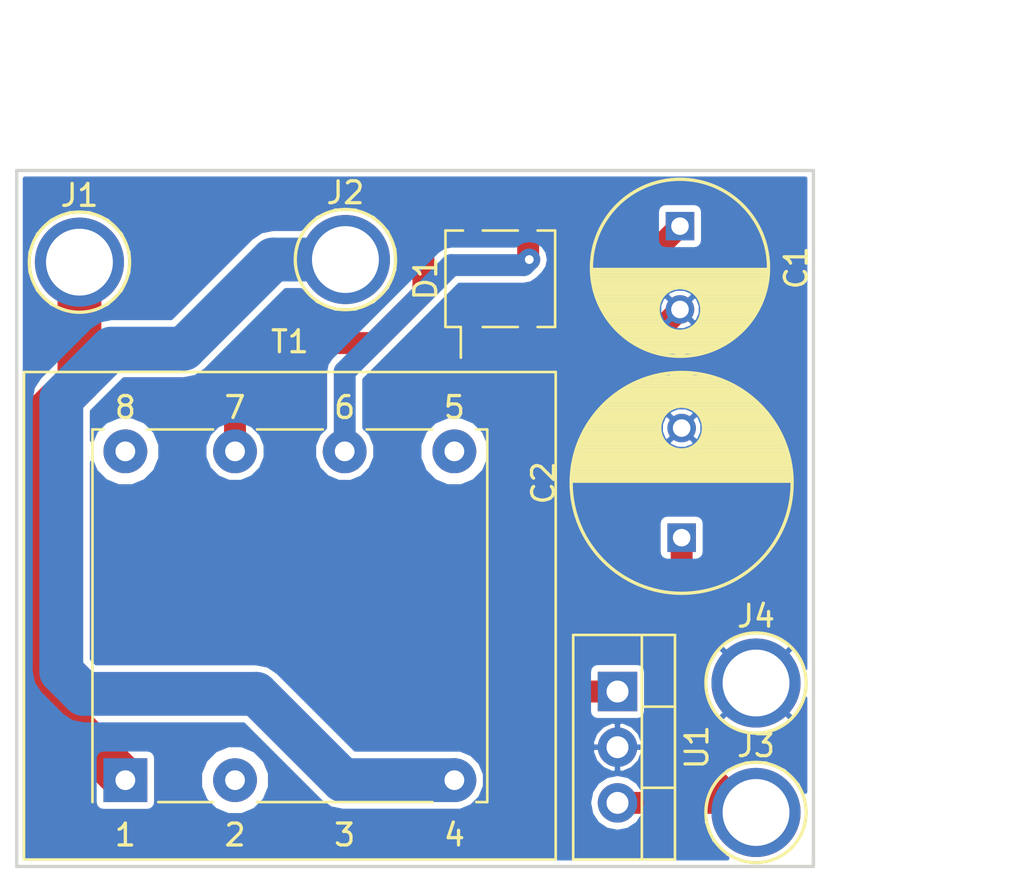
<source format=kicad_pcb>
(kicad_pcb (version 4) (host pcbnew 4.0.7)

  (general
    (links 12)
    (no_connects 0)
    (area 123.952 38.194 174.474 78.921)
    (thickness 1.6)
    (drawings 7)
    (tracks 44)
    (zones 0)
    (modules 9)
    (nets 8)
  )

  (page A4)
  (layers
    (0 F.Cu signal)
    (31 B.Cu signal)
    (32 B.Adhes user)
    (33 F.Adhes user)
    (34 B.Paste user)
    (35 F.Paste user)
    (36 B.SilkS user)
    (37 F.SilkS user)
    (38 B.Mask user)
    (39 F.Mask user)
    (40 Dwgs.User user)
    (41 Cmts.User user)
    (42 Eco1.User user)
    (43 Eco2.User user)
    (44 Edge.Cuts user)
    (45 Margin user)
    (46 B.CrtYd user)
    (47 F.CrtYd user)
    (48 B.Fab user)
    (49 F.Fab user)
  )

  (setup
    (last_trace_width 2)
    (trace_clearance 0.5)
    (zone_clearance 0.2)
    (zone_45_only no)
    (trace_min 0.2)
    (segment_width 0.2)
    (edge_width 0.15)
    (via_size 0.6)
    (via_drill 0.4)
    (via_min_size 0.4)
    (via_min_drill 0.3)
    (uvia_size 0.3)
    (uvia_drill 0.1)
    (uvias_allowed no)
    (uvia_min_size 0.2)
    (uvia_min_drill 0.1)
    (pcb_text_width 0.3)
    (pcb_text_size 1.5 1.5)
    (mod_edge_width 0.15)
    (mod_text_size 1 1)
    (mod_text_width 0.15)
    (pad_size 1.524 1.524)
    (pad_drill 0.762)
    (pad_to_mask_clearance 0.2)
    (aux_axis_origin 0 0)
    (visible_elements FFFFFF7F)
    (pcbplotparams
      (layerselection 0x00030_80000001)
      (usegerberextensions false)
      (excludeedgelayer true)
      (linewidth 0.100000)
      (plotframeref false)
      (viasonmask false)
      (mode 1)
      (useauxorigin false)
      (hpglpennumber 1)
      (hpglpenspeed 20)
      (hpglpendiameter 15)
      (hpglpenoverlay 2)
      (psnegative false)
      (psa4output false)
      (plotreference true)
      (plotvalue true)
      (plotinvisibletext false)
      (padsonsilk false)
      (subtractmaskfromsilk false)
      (outputformat 1)
      (mirror false)
      (drillshape 1)
      (scaleselection 1)
      (outputdirectory ""))
  )

  (net 0 "")
  (net 1 "Net-(C1-Pad1)")
  (net 2 GND)
  (net 3 +3V3)
  (net 4 "Net-(D1-Pad3)")
  (net 5 "Net-(D1-Pad4)")
  (net 6 "Net-(J1-Pad1)")
  (net 7 "Net-(J2-Pad1)")

  (net_class Default "This is the default net class."
    (clearance 0.5)
    (trace_width 2)
    (via_dia 0.6)
    (via_drill 0.4)
    (uvia_dia 0.3)
    (uvia_drill 0.1)
  )

  (net_class 1mm ""
    (clearance 0.3)
    (trace_width 1)
    (via_dia 0.6)
    (via_drill 0.4)
    (uvia_dia 0.3)
    (uvia_drill 0.1)
    (add_net +3V3)
    (add_net GND)
    (add_net "Net-(C1-Pad1)")
    (add_net "Net-(D1-Pad3)")
    (add_net "Net-(D1-Pad4)")
    (add_net "Net-(J1-Pad1)")
    (add_net "Net-(J2-Pad1)")
  )

  (module Capacitors_ThroughHole:C_Radial_D8_L13_P3.8 (layer F.Cu) (tedit 0) (tstamp 5AECDA21)
    (at 154.953 48.006 270)
    (descr "Radial Electrolytic Capacitor Diameter 8mm x Length 13mm, Pitch 3.8mm")
    (tags "Electrolytic Capacitor")
    (path /5AE789D5)
    (fp_text reference C1 (at 1.9 -5.3 270) (layer F.SilkS)
      (effects (font (size 1 1) (thickness 0.15)))
    )
    (fp_text value 1000uF (at 1.9 5.3 270) (layer F.Fab)
      (effects (font (size 1 1) (thickness 0.15)))
    )
    (fp_line (start 1.975 -3.999) (end 1.975 3.999) (layer F.SilkS) (width 0.15))
    (fp_line (start 2.115 -3.994) (end 2.115 3.994) (layer F.SilkS) (width 0.15))
    (fp_line (start 2.255 -3.984) (end 2.255 3.984) (layer F.SilkS) (width 0.15))
    (fp_line (start 2.395 -3.969) (end 2.395 3.969) (layer F.SilkS) (width 0.15))
    (fp_line (start 2.535 -3.949) (end 2.535 3.949) (layer F.SilkS) (width 0.15))
    (fp_line (start 2.675 -3.924) (end 2.675 3.924) (layer F.SilkS) (width 0.15))
    (fp_line (start 2.815 -3.894) (end 2.815 -0.173) (layer F.SilkS) (width 0.15))
    (fp_line (start 2.815 0.173) (end 2.815 3.894) (layer F.SilkS) (width 0.15))
    (fp_line (start 2.955 -3.858) (end 2.955 -0.535) (layer F.SilkS) (width 0.15))
    (fp_line (start 2.955 0.535) (end 2.955 3.858) (layer F.SilkS) (width 0.15))
    (fp_line (start 3.095 -3.817) (end 3.095 -0.709) (layer F.SilkS) (width 0.15))
    (fp_line (start 3.095 0.709) (end 3.095 3.817) (layer F.SilkS) (width 0.15))
    (fp_line (start 3.235 -3.771) (end 3.235 -0.825) (layer F.SilkS) (width 0.15))
    (fp_line (start 3.235 0.825) (end 3.235 3.771) (layer F.SilkS) (width 0.15))
    (fp_line (start 3.375 -3.718) (end 3.375 -0.905) (layer F.SilkS) (width 0.15))
    (fp_line (start 3.375 0.905) (end 3.375 3.718) (layer F.SilkS) (width 0.15))
    (fp_line (start 3.515 -3.659) (end 3.515 -0.959) (layer F.SilkS) (width 0.15))
    (fp_line (start 3.515 0.959) (end 3.515 3.659) (layer F.SilkS) (width 0.15))
    (fp_line (start 3.655 -3.594) (end 3.655 -0.989) (layer F.SilkS) (width 0.15))
    (fp_line (start 3.655 0.989) (end 3.655 3.594) (layer F.SilkS) (width 0.15))
    (fp_line (start 3.795 -3.523) (end 3.795 -1) (layer F.SilkS) (width 0.15))
    (fp_line (start 3.795 1) (end 3.795 3.523) (layer F.SilkS) (width 0.15))
    (fp_line (start 3.935 -3.444) (end 3.935 -0.991) (layer F.SilkS) (width 0.15))
    (fp_line (start 3.935 0.991) (end 3.935 3.444) (layer F.SilkS) (width 0.15))
    (fp_line (start 4.075 -3.357) (end 4.075 -0.961) (layer F.SilkS) (width 0.15))
    (fp_line (start 4.075 0.961) (end 4.075 3.357) (layer F.SilkS) (width 0.15))
    (fp_line (start 4.215 -3.262) (end 4.215 -0.91) (layer F.SilkS) (width 0.15))
    (fp_line (start 4.215 0.91) (end 4.215 3.262) (layer F.SilkS) (width 0.15))
    (fp_line (start 4.355 -3.158) (end 4.355 -0.832) (layer F.SilkS) (width 0.15))
    (fp_line (start 4.355 0.832) (end 4.355 3.158) (layer F.SilkS) (width 0.15))
    (fp_line (start 4.495 -3.044) (end 4.495 -0.719) (layer F.SilkS) (width 0.15))
    (fp_line (start 4.495 0.719) (end 4.495 3.044) (layer F.SilkS) (width 0.15))
    (fp_line (start 4.635 -2.919) (end 4.635 -0.55) (layer F.SilkS) (width 0.15))
    (fp_line (start 4.635 0.55) (end 4.635 2.919) (layer F.SilkS) (width 0.15))
    (fp_line (start 4.775 -2.781) (end 4.775 -0.222) (layer F.SilkS) (width 0.15))
    (fp_line (start 4.775 0.222) (end 4.775 2.781) (layer F.SilkS) (width 0.15))
    (fp_line (start 4.915 -2.629) (end 4.915 2.629) (layer F.SilkS) (width 0.15))
    (fp_line (start 5.055 -2.459) (end 5.055 2.459) (layer F.SilkS) (width 0.15))
    (fp_line (start 5.195 -2.268) (end 5.195 2.268) (layer F.SilkS) (width 0.15))
    (fp_line (start 5.335 -2.05) (end 5.335 2.05) (layer F.SilkS) (width 0.15))
    (fp_line (start 5.475 -1.794) (end 5.475 1.794) (layer F.SilkS) (width 0.15))
    (fp_line (start 5.615 -1.483) (end 5.615 1.483) (layer F.SilkS) (width 0.15))
    (fp_line (start 5.755 -1.067) (end 5.755 1.067) (layer F.SilkS) (width 0.15))
    (fp_line (start 5.895 -0.2) (end 5.895 0.2) (layer F.SilkS) (width 0.15))
    (fp_circle (center 3.8 0) (end 3.8 -1) (layer F.SilkS) (width 0.15))
    (fp_circle (center 1.9 0) (end 1.9 -4.0375) (layer F.SilkS) (width 0.15))
    (fp_circle (center 1.9 0) (end 1.9 -4.3) (layer F.CrtYd) (width 0.05))
    (pad 1 thru_hole rect (at 0 0 270) (size 1.3 1.3) (drill 0.8) (layers *.Cu *.Mask)
      (net 1 "Net-(C1-Pad1)"))
    (pad 2 thru_hole circle (at 3.8 0 270) (size 1.3 1.3) (drill 0.8) (layers *.Cu *.Mask)
      (net 2 GND))
    (model Capacitors_ThroughHole.3dshapes/C_Radial_D8_L13_P3.8.wrl
      (at (xyz 0.0748031 0 0))
      (scale (xyz 1 1 1))
      (rotate (xyz 0 0 90))
    )
  )

  (module Capacitors_ThroughHole:C_Radial_D10_L16_P5 (layer F.Cu) (tedit 0) (tstamp 5AECDA5C)
    (at 155.029 62.217 90)
    (descr "Radial Electrolytic Capacitor 10mm x Length 16mm, Pitch 5mm")
    (tags "Electrolytic Capacitor")
    (path /5AE78A9B)
    (fp_text reference C2 (at 2.5 -6.3 90) (layer F.SilkS)
      (effects (font (size 1 1) (thickness 0.15)))
    )
    (fp_text value 1uF (at 2.5 6.3 90) (layer F.Fab)
      (effects (font (size 1 1) (thickness 0.15)))
    )
    (fp_line (start 2.575 -4.999) (end 2.575 4.999) (layer F.SilkS) (width 0.15))
    (fp_line (start 2.715 -4.995) (end 2.715 4.995) (layer F.SilkS) (width 0.15))
    (fp_line (start 2.855 -4.987) (end 2.855 4.987) (layer F.SilkS) (width 0.15))
    (fp_line (start 2.995 -4.975) (end 2.995 4.975) (layer F.SilkS) (width 0.15))
    (fp_line (start 3.135 -4.96) (end 3.135 4.96) (layer F.SilkS) (width 0.15))
    (fp_line (start 3.275 -4.94) (end 3.275 4.94) (layer F.SilkS) (width 0.15))
    (fp_line (start 3.415 -4.916) (end 3.415 4.916) (layer F.SilkS) (width 0.15))
    (fp_line (start 3.555 -4.887) (end 3.555 4.887) (layer F.SilkS) (width 0.15))
    (fp_line (start 3.695 -4.855) (end 3.695 4.855) (layer F.SilkS) (width 0.15))
    (fp_line (start 3.835 -4.818) (end 3.835 4.818) (layer F.SilkS) (width 0.15))
    (fp_line (start 3.975 -4.777) (end 3.975 4.777) (layer F.SilkS) (width 0.15))
    (fp_line (start 4.115 -4.732) (end 4.115 -0.466) (layer F.SilkS) (width 0.15))
    (fp_line (start 4.115 0.466) (end 4.115 4.732) (layer F.SilkS) (width 0.15))
    (fp_line (start 4.255 -4.682) (end 4.255 -0.667) (layer F.SilkS) (width 0.15))
    (fp_line (start 4.255 0.667) (end 4.255 4.682) (layer F.SilkS) (width 0.15))
    (fp_line (start 4.395 -4.627) (end 4.395 -0.796) (layer F.SilkS) (width 0.15))
    (fp_line (start 4.395 0.796) (end 4.395 4.627) (layer F.SilkS) (width 0.15))
    (fp_line (start 4.535 -4.567) (end 4.535 -0.885) (layer F.SilkS) (width 0.15))
    (fp_line (start 4.535 0.885) (end 4.535 4.567) (layer F.SilkS) (width 0.15))
    (fp_line (start 4.675 -4.502) (end 4.675 -0.946) (layer F.SilkS) (width 0.15))
    (fp_line (start 4.675 0.946) (end 4.675 4.502) (layer F.SilkS) (width 0.15))
    (fp_line (start 4.815 -4.432) (end 4.815 -0.983) (layer F.SilkS) (width 0.15))
    (fp_line (start 4.815 0.983) (end 4.815 4.432) (layer F.SilkS) (width 0.15))
    (fp_line (start 4.955 -4.356) (end 4.955 -0.999) (layer F.SilkS) (width 0.15))
    (fp_line (start 4.955 0.999) (end 4.955 4.356) (layer F.SilkS) (width 0.15))
    (fp_line (start 5.095 -4.274) (end 5.095 -0.995) (layer F.SilkS) (width 0.15))
    (fp_line (start 5.095 0.995) (end 5.095 4.274) (layer F.SilkS) (width 0.15))
    (fp_line (start 5.235 -4.186) (end 5.235 -0.972) (layer F.SilkS) (width 0.15))
    (fp_line (start 5.235 0.972) (end 5.235 4.186) (layer F.SilkS) (width 0.15))
    (fp_line (start 5.375 -4.091) (end 5.375 -0.927) (layer F.SilkS) (width 0.15))
    (fp_line (start 5.375 0.927) (end 5.375 4.091) (layer F.SilkS) (width 0.15))
    (fp_line (start 5.515 -3.989) (end 5.515 -0.857) (layer F.SilkS) (width 0.15))
    (fp_line (start 5.515 0.857) (end 5.515 3.989) (layer F.SilkS) (width 0.15))
    (fp_line (start 5.655 -3.879) (end 5.655 -0.756) (layer F.SilkS) (width 0.15))
    (fp_line (start 5.655 0.756) (end 5.655 3.879) (layer F.SilkS) (width 0.15))
    (fp_line (start 5.795 -3.761) (end 5.795 -0.607) (layer F.SilkS) (width 0.15))
    (fp_line (start 5.795 0.607) (end 5.795 3.761) (layer F.SilkS) (width 0.15))
    (fp_line (start 5.935 -3.633) (end 5.935 -0.355) (layer F.SilkS) (width 0.15))
    (fp_line (start 5.935 0.355) (end 5.935 3.633) (layer F.SilkS) (width 0.15))
    (fp_line (start 6.075 -3.496) (end 6.075 3.496) (layer F.SilkS) (width 0.15))
    (fp_line (start 6.215 -3.346) (end 6.215 3.346) (layer F.SilkS) (width 0.15))
    (fp_line (start 6.355 -3.184) (end 6.355 3.184) (layer F.SilkS) (width 0.15))
    (fp_line (start 6.495 -3.007) (end 6.495 3.007) (layer F.SilkS) (width 0.15))
    (fp_line (start 6.635 -2.811) (end 6.635 2.811) (layer F.SilkS) (width 0.15))
    (fp_line (start 6.775 -2.593) (end 6.775 2.593) (layer F.SilkS) (width 0.15))
    (fp_line (start 6.915 -2.347) (end 6.915 2.347) (layer F.SilkS) (width 0.15))
    (fp_line (start 7.055 -2.062) (end 7.055 2.062) (layer F.SilkS) (width 0.15))
    (fp_line (start 7.195 -1.72) (end 7.195 1.72) (layer F.SilkS) (width 0.15))
    (fp_line (start 7.335 -1.274) (end 7.335 1.274) (layer F.SilkS) (width 0.15))
    (fp_line (start 7.475 -0.499) (end 7.475 0.499) (layer F.SilkS) (width 0.15))
    (fp_circle (center 5 0) (end 5 -1) (layer F.SilkS) (width 0.15))
    (fp_circle (center 2.5 0) (end 2.5 -5.0375) (layer F.SilkS) (width 0.15))
    (fp_circle (center 2.5 0) (end 2.5 -5.3) (layer F.CrtYd) (width 0.05))
    (pad 1 thru_hole rect (at 0 0 90) (size 1.3 1.3) (drill 0.8) (layers *.Cu *.Mask)
      (net 3 +3V3))
    (pad 2 thru_hole circle (at 5 0 90) (size 1.3 1.3) (drill 0.8) (layers *.Cu *.Mask)
      (net 2 GND))
    (model Capacitors_ThroughHole.3dshapes/C_Radial_D10_L16_P5.wrl
      (at (xyz 0.0984252 0 0))
      (scale (xyz 1 1 1))
      (rotate (xyz 0 0 90))
    )
  )

  (module Diodes_SMD:Diode_Bridge_TO-269AA (layer F.Cu) (tedit 59362E8E) (tstamp 5AECDA77)
    (at 146.761 50.406 90)
    (descr "SMD diode bridge TO-269AA (MBS), see http://www.vishay.com/docs/88854/padlayouts.pdf")
    (tags "TO-269AA MBS")
    (path /5AE78803)
    (attr smd)
    (fp_text reference D1 (at 0 -3.4 90) (layer F.SilkS)
      (effects (font (size 1 1) (thickness 0.15)))
    )
    (fp_text value MB10F (at 0 3.5 90) (layer F.Fab)
      (effects (font (size 1 1) (thickness 0.15)))
    )
    (fp_line (start -2.2 -2.5) (end -2.2 -1.8) (layer F.SilkS) (width 0.12))
    (fp_line (start -2.2 -1.8) (end -3.6 -1.8) (layer F.SilkS) (width 0.12))
    (fp_text user %R (at 0 -0.065 90) (layer F.Fab)
      (effects (font (size 1 1) (thickness 0.15)))
    )
    (fp_line (start 2.2 -0.8) (end 2.2 0.8) (layer F.SilkS) (width 0.12))
    (fp_line (start -2.2 -0.8) (end -2.2 0.8) (layer F.SilkS) (width 0.12))
    (fp_line (start 2.2 -1.7) (end 2.2 -2.5) (layer F.SilkS) (width 0.12))
    (fp_line (start 2.2 -2.5) (end -2.2 -2.5) (layer F.SilkS) (width 0.12))
    (fp_line (start 2.2 1.7) (end 2.2 2.5) (layer F.SilkS) (width 0.12))
    (fp_line (start 2.2 2.5) (end -2.2 2.5) (layer F.SilkS) (width 0.12))
    (fp_line (start -2.2 2.5) (end -2.2 1.7) (layer F.SilkS) (width 0.12))
    (fp_line (start 2.05 -2.4) (end 2.05 2.4) (layer F.Fab) (width 0.12))
    (fp_line (start 2.05 2.4) (end -2.05 2.4) (layer F.Fab) (width 0.12))
    (fp_line (start -2.05 2.4) (end -2.05 -1.7) (layer F.Fab) (width 0.12))
    (fp_line (start -2.05 -1.7) (end -1.35 -2.4) (layer F.Fab) (width 0.12))
    (fp_line (start -1.35 -2.4) (end 2.05 -2.4) (layer F.Fab) (width 0.12))
    (fp_line (start -3.82 -2.65) (end 3.83 -2.65) (layer F.CrtYd) (width 0.05))
    (fp_line (start -3.82 -2.65) (end -3.82 2.65) (layer F.CrtYd) (width 0.05))
    (fp_line (start 3.83 2.65) (end 3.83 -2.65) (layer F.CrtYd) (width 0.05))
    (fp_line (start 3.83 2.65) (end -3.82 2.65) (layer F.CrtYd) (width 0.05))
    (pad 1 smd rect (at -3.075 -1.27 90) (size 1 0.64) (layers F.Cu F.Paste F.Mask)
      (net 1 "Net-(C1-Pad1)"))
    (pad 2 smd rect (at -3.075 1.27 90) (size 1 0.64) (layers F.Cu F.Paste F.Mask)
      (net 2 GND))
    (pad 3 smd rect (at 3.075 1.27 90) (size 1 0.64) (layers F.Cu F.Paste F.Mask)
      (net 4 "Net-(D1-Pad3)"))
    (pad 4 smd rect (at 3.075 -1.27 90) (size 1 0.64) (layers F.Cu F.Paste F.Mask)
      (net 5 "Net-(D1-Pad4)"))
    (model ${KISYS3DMOD}/Diodes_SMD.3dshapes/Diode_Bridge_TO-269AA.wrl
      (at (xyz 0 0.0005905512 0))
      (scale (xyz 1 1 1))
      (rotate (xyz 0 0 0))
    )
  )

  (module Connect:1pin (layer F.Cu) (tedit 0) (tstamp 5AECDA7D)
    (at 127.574 49.649)
    (descr "module 1 pin (ou trou mecanique de percage)")
    (tags DEV)
    (path /5AE88FA3)
    (fp_text reference J1 (at 0 -3.048) (layer F.SilkS)
      (effects (font (size 1 1) (thickness 0.15)))
    )
    (fp_text value AC_L (at 0 2.794) (layer F.Fab)
      (effects (font (size 1 1) (thickness 0.15)))
    )
    (fp_circle (center 0 0) (end 0 -2.286) (layer F.SilkS) (width 0.15))
    (pad 1 thru_hole circle (at 0 0) (size 4.064 4.064) (drill 3.048) (layers *.Cu *.Mask)
      (net 6 "Net-(J1-Pad1)"))
  )

  (module Connect:1pin (layer F.Cu) (tedit 0) (tstamp 5AECDA83)
    (at 139.7 49.53)
    (descr "module 1 pin (ou trou mecanique de percage)")
    (tags DEV)
    (path /5AE89027)
    (fp_text reference J2 (at 0 -3.048) (layer F.SilkS)
      (effects (font (size 1 1) (thickness 0.15)))
    )
    (fp_text value AC_N (at 0 2.794) (layer F.Fab)
      (effects (font (size 1 1) (thickness 0.15)))
    )
    (fp_circle (center 0 0) (end 0 -2.286) (layer F.SilkS) (width 0.15))
    (pad 1 thru_hole circle (at 0 0) (size 4.064 4.064) (drill 3.048) (layers *.Cu *.Mask)
      (net 7 "Net-(J2-Pad1)"))
  )

  (module Connect:1pin (layer F.Cu) (tedit 0) (tstamp 5AECDA89)
    (at 158.42 74.752)
    (descr "module 1 pin (ou trou mecanique de percage)")
    (tags DEV)
    (path /5AE89144)
    (fp_text reference J3 (at 0 -3.048) (layer F.SilkS)
      (effects (font (size 1 1) (thickness 0.15)))
    )
    (fp_text value VCC (at 0 2.794) (layer F.Fab)
      (effects (font (size 1 1) (thickness 0.15)))
    )
    (fp_circle (center 0 0) (end 0 -2.286) (layer F.SilkS) (width 0.15))
    (pad 1 thru_hole circle (at 0 0) (size 4.064 4.064) (drill 3.048) (layers *.Cu *.Mask)
      (net 3 +3V3))
  )

  (module Connect:1pin (layer F.Cu) (tedit 0) (tstamp 5AECDA8F)
    (at 158.42 68.847)
    (descr "module 1 pin (ou trou mecanique de percage)")
    (tags DEV)
    (path /5AE891CC)
    (fp_text reference J4 (at 0 -3.048) (layer F.SilkS)
      (effects (font (size 1 1) (thickness 0.15)))
    )
    (fp_text value GND (at 0 2.794) (layer F.Fab)
      (effects (font (size 1 1) (thickness 0.15)))
    )
    (fp_circle (center 0 0) (end 0 -2.286) (layer F.SilkS) (width 0.15))
    (pad 1 thru_hole circle (at 0 0) (size 4.064 4.064) (drill 3.048) (layers *.Cu *.Mask)
      (net 2 GND))
  )

  (module Transformers_THT:Transformer_Breve_TEZ-22x24 (layer F.Cu) (tedit 58E0AA0F) (tstamp 5AECDABD)
    (at 129.667 73.279)
    (descr http://www.breve.pl/pdf/ANG/TEZ_ang.pdf)
    (tags "TEZ PCB Transformer")
    (path /5AE89A5D)
    (fp_text reference T1 (at 7.5 -20) (layer F.SilkS)
      (effects (font (size 1 1) (thickness 0.15)))
    )
    (fp_text value TAZ_Breve_22x24 (at 7.25 -6) (layer F.Fab)
      (effects (font (size 1 1) (thickness 0.15)))
    )
    (fp_text user 8 (at 0 -17) (layer F.SilkS)
      (effects (font (size 1 1) (thickness 0.15)))
    )
    (fp_text user 7 (at 5 -17) (layer F.SilkS)
      (effects (font (size 1 1) (thickness 0.15)))
    )
    (fp_text user 6 (at 10 -17) (layer F.SilkS)
      (effects (font (size 1 1) (thickness 0.15)))
    )
    (fp_text user 5 (at 15 -17) (layer F.SilkS)
      (effects (font (size 1 1) (thickness 0.15)))
    )
    (fp_text user 4 (at 15 2.5) (layer F.SilkS)
      (effects (font (size 1 1) (thickness 0.15)))
    )
    (fp_text user 3 (at 10 2.5) (layer F.SilkS)
      (effects (font (size 1 1) (thickness 0.15)))
    )
    (fp_text user 2 (at 5 2.5) (layer F.SilkS)
      (effects (font (size 1 1) (thickness 0.15)))
    )
    (fp_text user 1 (at 0 2.5) (layer F.SilkS)
      (effects (font (size 1 1) (thickness 0.15)))
    )
    (fp_text user %R (at 7.5 -7.5) (layer F.Fab)
      (effects (font (size 1 1) (thickness 0.15)))
    )
    (fp_line (start -1.5 -16) (end 16.5 -16) (layer F.Fab) (width 0.1))
    (fp_line (start 16.5 -16) (end 16.5 1) (layer F.Fab) (width 0.1))
    (fp_line (start 16.5 1) (end -1.5 1) (layer F.Fab) (width 0.1))
    (fp_line (start -1.5 1) (end -1.5 -16) (layer F.Fab) (width 0.1))
    (fp_line (start 4 1) (end 1.5 1) (layer F.SilkS) (width 0.12))
    (fp_line (start -1.5 1) (end -1.5 -16) (layer F.SilkS) (width 0.12))
    (fp_line (start 16 1) (end 16.5 1) (layer F.SilkS) (width 0.12))
    (fp_line (start 16.5 1) (end 16.5 -16) (layer F.SilkS) (width 0.12))
    (fp_line (start 6 1) (end 14 1) (layer F.SilkS) (width 0.12))
    (fp_line (start -1 -16) (end -1.5 -16) (layer F.SilkS) (width 0.12))
    (fp_line (start 16 -16) (end 16.5 -16) (layer F.SilkS) (width 0.12))
    (fp_line (start 11 -16) (end 14 -16) (layer F.SilkS) (width 0.12))
    (fp_line (start 6 -16) (end 9 -16) (layer F.SilkS) (width 0.12))
    (fp_line (start 1 -16) (end 4 -16) (layer F.SilkS) (width 0.12))
    (fp_line (start -4.5 -18.5) (end 19.5 -18.5) (layer F.Fab) (width 0.1))
    (fp_line (start 19.5 -18.5) (end 19.5 3.5) (layer F.Fab) (width 0.1))
    (fp_line (start 19.5 3.5) (end -4.5 3.5) (layer F.Fab) (width 0.1))
    (fp_line (start -4.5 3.5) (end -4.5 -18.5) (layer F.Fab) (width 0.1))
    (fp_line (start -4.75 -18.75) (end 19.75 -18.75) (layer F.CrtYd) (width 0.05))
    (fp_line (start -4.75 -18.75) (end -4.75 3.75) (layer F.CrtYd) (width 0.05))
    (fp_line (start 19.75 3.75) (end 19.75 -18.75) (layer F.CrtYd) (width 0.05))
    (fp_line (start 19.75 3.75) (end -4.75 3.75) (layer F.CrtYd) (width 0.05))
    (fp_line (start -4.62 -18.62) (end 19.62 -18.62) (layer F.SilkS) (width 0.12))
    (fp_line (start -4.62 -18.62) (end -4.62 3.62) (layer F.SilkS) (width 0.12))
    (fp_line (start 19.62 3.62) (end 19.62 -18.62) (layer F.SilkS) (width 0.12))
    (fp_line (start 19.62 3.62) (end -4.62 3.62) (layer F.SilkS) (width 0.12))
    (pad 1 thru_hole rect (at 0 0) (size 2 2) (drill 0.9) (layers *.Cu *.Mask)
      (net 6 "Net-(J1-Pad1)"))
    (pad 2 thru_hole circle (at 5 0) (size 2 2) (drill 0.9) (layers *.Cu *.Mask))
    (pad 4 thru_hole circle (at 15 0) (size 2 2) (drill 0.9) (layers *.Cu *.Mask)
      (net 7 "Net-(J2-Pad1)"))
    (pad 5 thru_hole circle (at 15 -15) (size 2 2) (drill 0.9) (layers *.Cu *.Mask))
    (pad 6 thru_hole circle (at 10 -15) (size 2 2) (drill 0.9) (layers *.Cu *.Mask)
      (net 4 "Net-(D1-Pad3)"))
    (pad 7 thru_hole circle (at 5 -15) (size 2 2) (drill 0.9) (layers *.Cu *.Mask)
      (net 5 "Net-(D1-Pad4)"))
    (pad 8 thru_hole circle (at 0 -15) (size 2 2) (drill 0.9) (layers *.Cu *.Mask))
    (model ${KISYS3DMOD}/Transformers_THT.3dshapes/Transformer_Breve_TEZ-22x24.wrl
      (at (xyz 0 0 0))
      (scale (xyz 1 1 1))
      (rotate (xyz 0 0 0))
    )
  )

  (module TO_SOT_Packages_THT:TO-220-3_Vertical (layer F.Cu) (tedit 58CE52AD) (tstamp 5AECDAD7)
    (at 152.105 69.235 270)
    (descr "TO-220-3, Vertical, RM 2.54mm")
    (tags "TO-220-3 Vertical RM 2.54mm")
    (path /5AE7895E)
    (fp_text reference U1 (at 2.54 -3.62 270) (layer F.SilkS)
      (effects (font (size 1 1) (thickness 0.15)))
    )
    (fp_text value L7805 (at 2.54 3.92 270) (layer F.Fab)
      (effects (font (size 1 1) (thickness 0.15)))
    )
    (fp_text user %R (at 2.54 -3.62 270) (layer F.Fab)
      (effects (font (size 1 1) (thickness 0.15)))
    )
    (fp_line (start -2.46 -2.5) (end -2.46 1.9) (layer F.Fab) (width 0.1))
    (fp_line (start -2.46 1.9) (end 7.54 1.9) (layer F.Fab) (width 0.1))
    (fp_line (start 7.54 1.9) (end 7.54 -2.5) (layer F.Fab) (width 0.1))
    (fp_line (start 7.54 -2.5) (end -2.46 -2.5) (layer F.Fab) (width 0.1))
    (fp_line (start -2.46 -1.23) (end 7.54 -1.23) (layer F.Fab) (width 0.1))
    (fp_line (start 0.69 -2.5) (end 0.69 -1.23) (layer F.Fab) (width 0.1))
    (fp_line (start 4.39 -2.5) (end 4.39 -1.23) (layer F.Fab) (width 0.1))
    (fp_line (start -2.58 -2.62) (end 7.66 -2.62) (layer F.SilkS) (width 0.12))
    (fp_line (start -2.58 2.021) (end 7.66 2.021) (layer F.SilkS) (width 0.12))
    (fp_line (start -2.58 -2.62) (end -2.58 2.021) (layer F.SilkS) (width 0.12))
    (fp_line (start 7.66 -2.62) (end 7.66 2.021) (layer F.SilkS) (width 0.12))
    (fp_line (start -2.58 -1.11) (end 7.66 -1.11) (layer F.SilkS) (width 0.12))
    (fp_line (start 0.69 -2.62) (end 0.69 -1.11) (layer F.SilkS) (width 0.12))
    (fp_line (start 4.391 -2.62) (end 4.391 -1.11) (layer F.SilkS) (width 0.12))
    (fp_line (start -2.71 -2.75) (end -2.71 2.16) (layer F.CrtYd) (width 0.05))
    (fp_line (start -2.71 2.16) (end 7.79 2.16) (layer F.CrtYd) (width 0.05))
    (fp_line (start 7.79 2.16) (end 7.79 -2.75) (layer F.CrtYd) (width 0.05))
    (fp_line (start 7.79 -2.75) (end -2.71 -2.75) (layer F.CrtYd) (width 0.05))
    (pad 1 thru_hole rect (at 0 0 270) (size 1.8 1.8) (drill 1) (layers *.Cu *.Mask)
      (net 1 "Net-(C1-Pad1)"))
    (pad 2 thru_hole oval (at 2.54 0 270) (size 1.8 1.8) (drill 1) (layers *.Cu *.Mask)
      (net 2 GND))
    (pad 3 thru_hole oval (at 5.08 0 270) (size 1.8 1.8) (drill 1) (layers *.Cu *.Mask)
      (net 3 +3V3))
    (model ${KISYS3DMOD}/TO_SOT_Packages_THT.3dshapes/TO-220-3_Vertical.wrl
      (at (xyz 0.1 0 0))
      (scale (xyz 0.393701 0.393701 0.393701))
      (rotate (xyz 0 0 0))
    )
  )

  (dimension 31.75 (width 0.3) (layer Eco2.User)
    (gr_text "31.750 mm" (at 167.974 61.341 270) (layer Eco2.User)
      (effects (font (size 1.5 1.5) (thickness 0.3)))
    )
    (feature1 (pts (xy 165.1 77.216) (xy 169.324 77.216)))
    (feature2 (pts (xy 165.1 45.466) (xy 169.324 45.466)))
    (crossbar (pts (xy 166.624 45.466) (xy 166.624 77.216)))
    (arrow1a (pts (xy 166.624 77.216) (xy 166.037579 76.089496)))
    (arrow1b (pts (xy 166.624 77.216) (xy 167.210421 76.089496)))
    (arrow2a (pts (xy 166.624 45.466) (xy 166.037579 46.592504)))
    (arrow2b (pts (xy 166.624 45.466) (xy 167.210421 46.592504)))
  )
  (dimension 36.322 (width 0.3) (layer Eco2.User)
    (gr_text "36.322 mm" (at 142.875 39.544) (layer Eco2.User)
      (effects (font (size 1.5 1.5) (thickness 0.3)))
    )
    (feature1 (pts (xy 161.036 43.18) (xy 161.036 38.194)))
    (feature2 (pts (xy 124.714 43.18) (xy 124.714 38.194)))
    (crossbar (pts (xy 124.714 40.894) (xy 161.036 40.894)))
    (arrow1a (pts (xy 161.036 40.894) (xy 159.909496 41.480421)))
    (arrow1b (pts (xy 161.036 40.894) (xy 159.909496 40.307579)))
    (arrow2a (pts (xy 124.714 40.894) (xy 125.840504 41.480421)))
    (arrow2b (pts (xy 124.714 40.894) (xy 125.840504 40.307579)))
  )
  (gr_line (start 161.036 77.216) (end 161.036 76.708) (angle 90) (layer Edge.Cuts) (width 0.15))
  (gr_line (start 161.036 45.466) (end 161.036 77.216) (angle 90) (layer Edge.Cuts) (width 0.15))
  (gr_line (start 124.714 45.466) (end 161.036 45.466) (angle 90) (layer Edge.Cuts) (width 0.15))
  (gr_line (start 124.714 77.216) (end 124.714 45.466) (angle 90) (layer Edge.Cuts) (width 0.15))
  (gr_line (start 161.036 77.216) (end 124.714 77.216) (angle 90) (layer Edge.Cuts) (width 0.15))

  (segment (start 145.491 53.481) (end 145.491 55.067) (width 1) (layer F.Cu) (net 1) (status 400000))
  (segment (start 148.991 69.235) (end 152.105 69.235) (width 1) (layer F.Cu) (net 1) (tstamp 5AF7F117) (status 800000))
  (segment (start 147.574 67.818) (end 148.991 69.235) (width 1) (layer F.Cu) (net 1) (tstamp 5AF7F116))
  (segment (start 147.574 57.15) (end 147.574 67.818) (width 1) (layer F.Cu) (net 1) (tstamp 5AF7F115))
  (segment (start 145.491 55.067) (end 147.574 57.15) (width 1) (layer F.Cu) (net 1) (tstamp 5AF7F114))
  (segment (start 145.491 53.481) (end 145.491 51.867) (width 1) (layer F.Cu) (net 1) (status 400000))
  (segment (start 151.651 51.308) (end 154.953 48.006) (width 1) (layer F.Cu) (net 1) (tstamp 5AF7F10E) (status 800000))
  (segment (start 146.05 51.308) (end 151.651 51.308) (width 1) (layer F.Cu) (net 1) (tstamp 5AF7F10D))
  (segment (start 145.491 51.867) (end 146.05 51.308) (width 1) (layer F.Cu) (net 1) (tstamp 5AF7F10C))
  (segment (start 148.031 53.481) (end 153.278 53.481) (width 1) (layer F.Cu) (net 2) (status 400000))
  (segment (start 153.278 53.481) (end 154.953 51.806) (width 1) (layer F.Cu) (net 2) (tstamp 5AF7F11C) (status 800000))
  (segment (start 158.42 74.752) (end 158.064 74.752) (width 1) (layer F.Cu) (net 3) (status C00000))
  (segment (start 158.064 74.752) (end 155.029 71.717) (width 1) (layer F.Cu) (net 3) (tstamp 5AF7F123) (status 400000))
  (segment (start 155.029 71.717) (end 155.029 62.217) (width 1) (layer F.Cu) (net 3) (tstamp 5AF7F124) (status 800000))
  (segment (start 152.105 74.315) (end 157.983 74.315) (width 1) (layer F.Cu) (net 3) (status C00000))
  (segment (start 157.983 74.315) (end 158.42 74.752) (width 1) (layer F.Cu) (net 3) (tstamp 5AF7F11F) (status C00000))
  (segment (start 148.031 47.331) (end 148.031 49.479) (width 1) (layer F.Cu) (net 4) (status 400000))
  (segment (start 139.667 54.643) (end 139.667 58.279) (width 1) (layer B.Cu) (net 4) (tstamp 5AF7F109) (status 800000))
  (segment (start 144.526 49.784) (end 139.667 54.643) (width 1) (layer B.Cu) (net 4) (tstamp 5AF7F108))
  (segment (start 147.828 49.784) (end 144.526 49.784) (width 1) (layer B.Cu) (net 4) (tstamp 5AF7F107))
  (segment (start 148.082 49.53) (end 147.828 49.784) (width 1) (layer B.Cu) (net 4) (tstamp 5AF7F106))
  (via (at 148.082 49.53) (size 0.6) (drill 0.4) (layers F.Cu B.Cu) (net 4))
  (segment (start 148.031 49.479) (end 148.082 49.53) (width 1) (layer F.Cu) (net 4) (tstamp 5AF7F103))
  (segment (start 145.491 47.331) (end 144.185 47.331) (width 1) (layer F.Cu) (net 5) (status 400000))
  (segment (start 134.667 55.833) (end 134.667 58.279) (width 1) (layer F.Cu) (net 5) (tstamp 5AF7F100) (status 800000))
  (segment (start 137.16 53.34) (end 134.667 55.833) (width 1) (layer F.Cu) (net 5) (tstamp 5AF7F0FF))
  (segment (start 140.97 53.34) (end 137.16 53.34) (width 1) (layer F.Cu) (net 5) (tstamp 5AF7F0FE))
  (segment (start 143.256 51.054) (end 140.97 53.34) (width 1) (layer F.Cu) (net 5) (tstamp 5AF7F0FD))
  (segment (start 143.256 48.26) (end 143.256 51.054) (width 1) (layer F.Cu) (net 5) (tstamp 5AF7F0FC))
  (segment (start 144.185 47.331) (end 143.256 48.26) (width 1) (layer F.Cu) (net 5) (tstamp 5AF7F0FB))
  (segment (start 127.574 49.649) (end 127.574 55.052) (width 2) (layer F.Cu) (net 6))
  (segment (start 126.238 69.85) (end 129.667 73.279) (width 2) (layer F.Cu) (net 6) (tstamp 5AEDA386))
  (segment (start 126.238 56.388) (end 126.238 69.85) (width 2) (layer F.Cu) (net 6) (tstamp 5AEDA385))
  (segment (start 127.574 55.052) (end 126.238 56.388) (width 2) (layer F.Cu) (net 6) (tstamp 5AEDA384))
  (segment (start 139.7 49.53) (end 136.398 49.53) (width 2) (layer B.Cu) (net 7))
  (segment (start 139.573 73.279) (end 135.636 69.342) (width 2) (layer B.Cu) (net 7) (tstamp 5AEDA38B))
  (segment (start 135.636 69.342) (end 127.762 69.342) (width 2) (layer B.Cu) (net 7) (tstamp 5AEDA38C))
  (segment (start 127.762 69.342) (end 126.746 68.326) (width 2) (layer B.Cu) (net 7) (tstamp 5AEDA38D))
  (segment (start 126.746 68.326) (end 126.746 55.88) (width 2) (layer B.Cu) (net 7) (tstamp 5AEDA38E))
  (segment (start 126.746 55.88) (end 129.032 53.594) (width 2) (layer B.Cu) (net 7) (tstamp 5AEDA38F))
  (segment (start 129.032 53.594) (end 132.334 53.594) (width 2) (layer B.Cu) (net 7) (tstamp 5AEDA390))
  (segment (start 132.334 53.594) (end 136.139 49.789) (width 2) (layer B.Cu) (net 7) (tstamp 5AEDA391))
  (segment (start 139.573 73.279) (end 144.667 73.279) (width 2) (layer B.Cu) (net 7))
  (segment (start 136.398 49.53) (end 136.139 49.789) (width 2) (layer B.Cu) (net 7) (tstamp 5AEDA3AE))

  (zone (net 2) (net_name GND) (layer B.Cu) (tstamp 5AEDA37F) (hatch edge 0.508)
    (connect_pads (clearance 0.2))
    (min_thickness 0.2)
    (fill yes (arc_segments 16) (thermal_gap 0.2) (thermal_bridge_width 0.25))
    (polygon
      (pts
        (xy 161.29 77.47) (xy 123.952 77.47) (xy 123.952 44.704) (xy 161.544 44.704)
      )
    )
    (filled_polygon
      (pts
        (xy 160.661 68.178991) (xy 160.434137 67.583414) (xy 160.358178 67.469733) (xy 160.065827 67.236528) (xy 158.455355 68.847)
        (xy 160.065827 70.457472) (xy 160.358178 70.224267) (xy 160.661 69.548804) (xy 160.661 73.807091) (xy 160.482952 73.376182)
        (xy 159.799416 72.691453) (xy 158.905877 72.320423) (xy 157.938368 72.319578) (xy 157.044182 72.689048) (xy 156.359453 73.372584)
        (xy 155.988423 74.266123) (xy 155.987578 75.233632) (xy 156.357048 76.127818) (xy 157.040584 76.812547) (xy 157.109106 76.841)
        (xy 125.089 76.841) (xy 125.089 72.279) (xy 128.259164 72.279) (xy 128.259164 74.279) (xy 128.287056 74.427231)
        (xy 128.37466 74.563372) (xy 128.508329 74.654704) (xy 128.667 74.686836) (xy 130.667 74.686836) (xy 130.815231 74.658944)
        (xy 130.951372 74.57134) (xy 131.042704 74.437671) (xy 131.074836 74.279) (xy 131.074836 73.595863) (xy 133.066723 73.595863)
        (xy 133.309795 74.184143) (xy 133.759489 74.634623) (xy 134.347344 74.878722) (xy 134.983863 74.879277) (xy 135.572143 74.636205)
        (xy 136.022623 74.186511) (xy 136.266722 73.598656) (xy 136.267277 72.962137) (xy 136.024205 72.373857) (xy 135.574511 71.923377)
        (xy 134.986656 71.679278) (xy 134.350137 71.678723) (xy 133.761857 71.921795) (xy 133.311377 72.371489) (xy 133.067278 72.959344)
        (xy 133.066723 73.595863) (xy 131.074836 73.595863) (xy 131.074836 72.279) (xy 131.046944 72.130769) (xy 130.95934 71.994628)
        (xy 130.825671 71.903296) (xy 130.667 71.871164) (xy 128.667 71.871164) (xy 128.518769 71.899056) (xy 128.382628 71.98666)
        (xy 128.291296 72.120329) (xy 128.259164 72.279) (xy 125.089 72.279) (xy 125.089 55.88) (xy 125.346 55.88)
        (xy 125.346 68.326) (xy 125.452569 68.861757) (xy 125.707725 69.243624) (xy 125.756051 69.315949) (xy 126.772051 70.33195)
        (xy 126.914813 70.42734) (xy 127.226243 70.635431) (xy 127.762 70.742) (xy 135.056102 70.742) (xy 138.583051 74.26895)
        (xy 138.819936 74.427231) (xy 139.037243 74.572431) (xy 139.573 74.679) (xy 144.665778 74.679) (xy 144.944256 74.679243)
        (xy 145.459 74.466555) (xy 145.636333 74.289531) (xy 150.805 74.289531) (xy 150.805 74.340469) (xy 150.903957 74.837957)
        (xy 151.185761 75.259708) (xy 151.607512 75.541512) (xy 152.105 75.640469) (xy 152.602488 75.541512) (xy 153.024239 75.259708)
        (xy 153.306043 74.837957) (xy 153.405 74.340469) (xy 153.405 74.289531) (xy 153.306043 73.792043) (xy 153.024239 73.370292)
        (xy 152.602488 73.088488) (xy 152.105 72.989531) (xy 151.607512 73.088488) (xy 151.185761 73.370292) (xy 150.903957 73.792043)
        (xy 150.805 74.289531) (xy 145.636333 74.289531) (xy 145.85317 74.073072) (xy 146.066757 73.558699) (xy 146.067243 73.001744)
        (xy 145.854555 72.487) (xy 145.461072 72.09283) (xy 145.207105 71.987373) (xy 150.92394 71.987373) (xy 151.095114 72.423179)
        (xy 151.420034 72.760306) (xy 151.849234 72.947429) (xy 151.892627 72.956058) (xy 152.08 72.899722) (xy 152.08 71.8)
        (xy 152.13 71.8) (xy 152.13 72.899722) (xy 152.317373 72.956058) (xy 152.360766 72.947429) (xy 152.789966 72.760306)
        (xy 153.114886 72.423179) (xy 153.28606 71.987373) (xy 153.229742 71.8) (xy 152.13 71.8) (xy 152.08 71.8)
        (xy 150.980258 71.8) (xy 150.92394 71.987373) (xy 145.207105 71.987373) (xy 144.946699 71.879243) (xy 144.389744 71.878757)
        (xy 144.389156 71.879) (xy 140.152899 71.879) (xy 139.836526 71.562627) (xy 150.92394 71.562627) (xy 150.980258 71.75)
        (xy 152.08 71.75) (xy 152.08 70.650278) (xy 152.13 70.650278) (xy 152.13 71.75) (xy 153.229742 71.75)
        (xy 153.28606 71.562627) (xy 153.114886 71.126821) (xy 152.789966 70.789694) (xy 152.360766 70.602571) (xy 152.317373 70.593942)
        (xy 152.13 70.650278) (xy 152.08 70.650278) (xy 151.892627 70.593942) (xy 151.849234 70.602571) (xy 151.420034 70.789694)
        (xy 151.095114 71.126821) (xy 150.92394 71.562627) (xy 139.836526 71.562627) (xy 136.625949 68.352051) (xy 136.600431 68.335)
        (xy 150.797164 68.335) (xy 150.797164 70.135) (xy 150.825056 70.283231) (xy 150.91266 70.419372) (xy 151.046329 70.510704)
        (xy 151.205 70.542836) (xy 153.005 70.542836) (xy 153.153231 70.514944) (xy 153.187601 70.492827) (xy 156.809528 70.492827)
        (xy 157.042733 70.785178) (xy 157.88928 71.1647) (xy 158.816624 71.191374) (xy 159.683586 70.861137) (xy 159.797267 70.785178)
        (xy 160.030472 70.492827) (xy 158.42 68.882355) (xy 156.809528 70.492827) (xy 153.187601 70.492827) (xy 153.289372 70.42734)
        (xy 153.380704 70.293671) (xy 153.412836 70.135) (xy 153.412836 69.243624) (xy 156.075626 69.243624) (xy 156.405863 70.110586)
        (xy 156.481822 70.224267) (xy 156.774173 70.457472) (xy 158.384645 68.847) (xy 156.774173 67.236528) (xy 156.481822 67.469733)
        (xy 156.1023 68.31628) (xy 156.075626 69.243624) (xy 153.412836 69.243624) (xy 153.412836 68.335) (xy 153.384944 68.186769)
        (xy 153.29734 68.050628) (xy 153.163671 67.959296) (xy 153.005 67.927164) (xy 151.205 67.927164) (xy 151.056769 67.955056)
        (xy 150.920628 68.04266) (xy 150.829296 68.176329) (xy 150.797164 68.335) (xy 136.600431 68.335) (xy 136.572414 68.31628)
        (xy 136.171757 68.048569) (xy 135.636 67.942) (xy 128.341899 67.942) (xy 128.146 67.746102) (xy 128.146 67.201173)
        (xy 156.809528 67.201173) (xy 158.42 68.811645) (xy 160.030472 67.201173) (xy 159.797267 66.908822) (xy 158.95072 66.5293)
        (xy 158.023376 66.502626) (xy 157.156414 66.832863) (xy 157.042733 66.908822) (xy 156.809528 67.201173) (xy 128.146 67.201173)
        (xy 128.146 61.567) (xy 153.971164 61.567) (xy 153.971164 62.867) (xy 153.999056 63.015231) (xy 154.08666 63.151372)
        (xy 154.220329 63.242704) (xy 154.379 63.274836) (xy 155.679 63.274836) (xy 155.827231 63.246944) (xy 155.963372 63.15934)
        (xy 156.054704 63.025671) (xy 156.086836 62.867) (xy 156.086836 61.567) (xy 156.058944 61.418769) (xy 155.97134 61.282628)
        (xy 155.837671 61.191296) (xy 155.679 61.159164) (xy 154.379 61.159164) (xy 154.230769 61.187056) (xy 154.094628 61.27466)
        (xy 154.003296 61.408329) (xy 153.971164 61.567) (xy 128.146 61.567) (xy 128.146 58.787728) (xy 128.309795 59.184143)
        (xy 128.759489 59.634623) (xy 129.347344 59.878722) (xy 129.983863 59.879277) (xy 130.572143 59.636205) (xy 131.022623 59.186511)
        (xy 131.266722 58.598656) (xy 131.266758 58.556256) (xy 133.266757 58.556256) (xy 133.479445 59.071) (xy 133.872928 59.46517)
        (xy 134.387301 59.678757) (xy 134.944256 59.679243) (xy 135.459 59.466555) (xy 135.85317 59.073072) (xy 136.066757 58.558699)
        (xy 136.066759 58.556256) (xy 138.266757 58.556256) (xy 138.479445 59.071) (xy 138.872928 59.46517) (xy 139.387301 59.678757)
        (xy 139.944256 59.679243) (xy 140.459 59.466555) (xy 140.85317 59.073072) (xy 141.051325 58.595863) (xy 143.066723 58.595863)
        (xy 143.309795 59.184143) (xy 143.759489 59.634623) (xy 144.347344 59.878722) (xy 144.983863 59.879277) (xy 145.572143 59.636205)
        (xy 146.022623 59.186511) (xy 146.266722 58.598656) (xy 146.267277 57.962137) (xy 146.227682 57.866309) (xy 154.415046 57.866309)
        (xy 154.480079 58.015057) (xy 154.827267 58.164372) (xy 155.205166 58.169457) (xy 155.556246 58.029541) (xy 155.577921 58.015057)
        (xy 155.642954 57.866309) (xy 155.029 57.252355) (xy 154.415046 57.866309) (xy 146.227682 57.866309) (xy 146.032184 57.393166)
        (xy 154.076543 57.393166) (xy 154.216459 57.744246) (xy 154.230943 57.765921) (xy 154.379691 57.830954) (xy 154.993645 57.217)
        (xy 155.064355 57.217) (xy 155.678309 57.830954) (xy 155.827057 57.765921) (xy 155.976372 57.418733) (xy 155.981457 57.040834)
        (xy 155.841541 56.689754) (xy 155.827057 56.668079) (xy 155.678309 56.603046) (xy 155.064355 57.217) (xy 154.993645 57.217)
        (xy 154.379691 56.603046) (xy 154.230943 56.668079) (xy 154.081628 57.015267) (xy 154.076543 57.393166) (xy 146.032184 57.393166)
        (xy 146.024205 57.373857) (xy 145.574511 56.923377) (xy 144.986656 56.679278) (xy 144.350137 56.678723) (xy 143.761857 56.921795)
        (xy 143.311377 57.371489) (xy 143.067278 57.959344) (xy 143.066723 58.595863) (xy 141.051325 58.595863) (xy 141.066757 58.558699)
        (xy 141.067243 58.001744) (xy 140.854555 57.487) (xy 140.567 57.198943) (xy 140.567 56.567691) (xy 154.415046 56.567691)
        (xy 155.029 57.181645) (xy 155.642954 56.567691) (xy 155.577921 56.418943) (xy 155.230733 56.269628) (xy 154.852834 56.264543)
        (xy 154.501754 56.404459) (xy 154.480079 56.418943) (xy 154.415046 56.567691) (xy 140.567 56.567691) (xy 140.567 55.015792)
        (xy 143.127483 52.455309) (xy 154.339046 52.455309) (xy 154.404079 52.604057) (xy 154.751267 52.753372) (xy 155.129166 52.758457)
        (xy 155.480246 52.618541) (xy 155.501921 52.604057) (xy 155.566954 52.455309) (xy 154.953 51.841355) (xy 154.339046 52.455309)
        (xy 143.127483 52.455309) (xy 143.600626 51.982166) (xy 154.000543 51.982166) (xy 154.140459 52.333246) (xy 154.154943 52.354921)
        (xy 154.303691 52.419954) (xy 154.917645 51.806) (xy 154.988355 51.806) (xy 155.602309 52.419954) (xy 155.751057 52.354921)
        (xy 155.900372 52.007733) (xy 155.905457 51.629834) (xy 155.765541 51.278754) (xy 155.751057 51.257079) (xy 155.602309 51.192046)
        (xy 154.988355 51.806) (xy 154.917645 51.806) (xy 154.303691 51.192046) (xy 154.154943 51.257079) (xy 154.005628 51.604267)
        (xy 154.000543 51.982166) (xy 143.600626 51.982166) (xy 144.426101 51.156691) (xy 154.339046 51.156691) (xy 154.953 51.770645)
        (xy 155.566954 51.156691) (xy 155.501921 51.007943) (xy 155.154733 50.858628) (xy 154.776834 50.853543) (xy 154.425754 50.993459)
        (xy 154.404079 51.007943) (xy 154.339046 51.156691) (xy 144.426101 51.156691) (xy 144.898792 50.684) (xy 147.828 50.684)
        (xy 148.172415 50.615492) (xy 148.464396 50.420396) (xy 148.718396 50.166396) (xy 148.913492 49.874416) (xy 148.982 49.53)
        (xy 148.913492 49.185585) (xy 148.718396 48.893604) (xy 148.426415 48.698508) (xy 148.082 48.63) (xy 147.737584 48.698508)
        (xy 147.459977 48.884) (xy 144.526 48.884) (xy 144.181585 48.952508) (xy 143.889604 49.147604) (xy 139.030604 54.006604)
        (xy 138.835508 54.298585) (xy 138.767 54.643) (xy 138.767 57.199257) (xy 138.48083 57.484928) (xy 138.267243 57.999301)
        (xy 138.266757 58.556256) (xy 136.066759 58.556256) (xy 136.067243 58.001744) (xy 135.854555 57.487) (xy 135.461072 57.09283)
        (xy 134.946699 56.879243) (xy 134.389744 56.878757) (xy 133.875 57.091445) (xy 133.48083 57.484928) (xy 133.267243 57.999301)
        (xy 133.266757 58.556256) (xy 131.266758 58.556256) (xy 131.267277 57.962137) (xy 131.024205 57.373857) (xy 130.574511 56.923377)
        (xy 129.986656 56.679278) (xy 129.350137 56.678723) (xy 128.761857 56.921795) (xy 128.311377 57.371489) (xy 128.146 57.769761)
        (xy 128.146 56.459898) (xy 129.611899 54.994) (xy 132.334 54.994) (xy 132.869757 54.887431) (xy 133.323949 54.583949)
        (xy 136.977899 50.93) (xy 137.661188 50.93) (xy 138.320584 51.590547) (xy 139.214123 51.961577) (xy 140.181632 51.962422)
        (xy 141.075818 51.592952) (xy 141.760547 50.909416) (xy 142.131577 50.015877) (xy 142.132422 49.048368) (xy 141.762952 48.154182)
        (xy 141.079416 47.469453) (xy 140.806191 47.356) (xy 153.895164 47.356) (xy 153.895164 48.656) (xy 153.923056 48.804231)
        (xy 154.01066 48.940372) (xy 154.144329 49.031704) (xy 154.303 49.063836) (xy 155.603 49.063836) (xy 155.751231 49.035944)
        (xy 155.887372 48.94834) (xy 155.978704 48.814671) (xy 156.010836 48.656) (xy 156.010836 47.356) (xy 155.982944 47.207769)
        (xy 155.89534 47.071628) (xy 155.761671 46.980296) (xy 155.603 46.948164) (xy 154.303 46.948164) (xy 154.154769 46.976056)
        (xy 154.018628 47.06366) (xy 153.927296 47.197329) (xy 153.895164 47.356) (xy 140.806191 47.356) (xy 140.185877 47.098423)
        (xy 139.218368 47.097578) (xy 138.324182 47.467048) (xy 137.660073 48.13) (xy 136.398 48.13) (xy 135.862243 48.236569)
        (xy 135.40805 48.540051) (xy 135.149054 48.799048) (xy 135.149051 48.79905) (xy 131.754102 52.194) (xy 129.032 52.194)
        (xy 128.496243 52.300569) (xy 128.04205 52.604051) (xy 125.756051 54.890051) (xy 125.452569 55.344243) (xy 125.346 55.88)
        (xy 125.089 55.88) (xy 125.089 50.130632) (xy 125.141578 50.130632) (xy 125.511048 51.024818) (xy 126.194584 51.709547)
        (xy 127.088123 52.080577) (xy 128.055632 52.081422) (xy 128.949818 51.711952) (xy 129.634547 51.028416) (xy 130.005577 50.134877)
        (xy 130.006422 49.167368) (xy 129.636952 48.273182) (xy 128.953416 47.588453) (xy 128.059877 47.217423) (xy 127.092368 47.216578)
        (xy 126.198182 47.586048) (xy 125.513453 48.269584) (xy 125.142423 49.163123) (xy 125.141578 50.130632) (xy 125.089 50.130632)
        (xy 125.089 45.841) (xy 160.661 45.841)
      )
    )
  )
)

</source>
